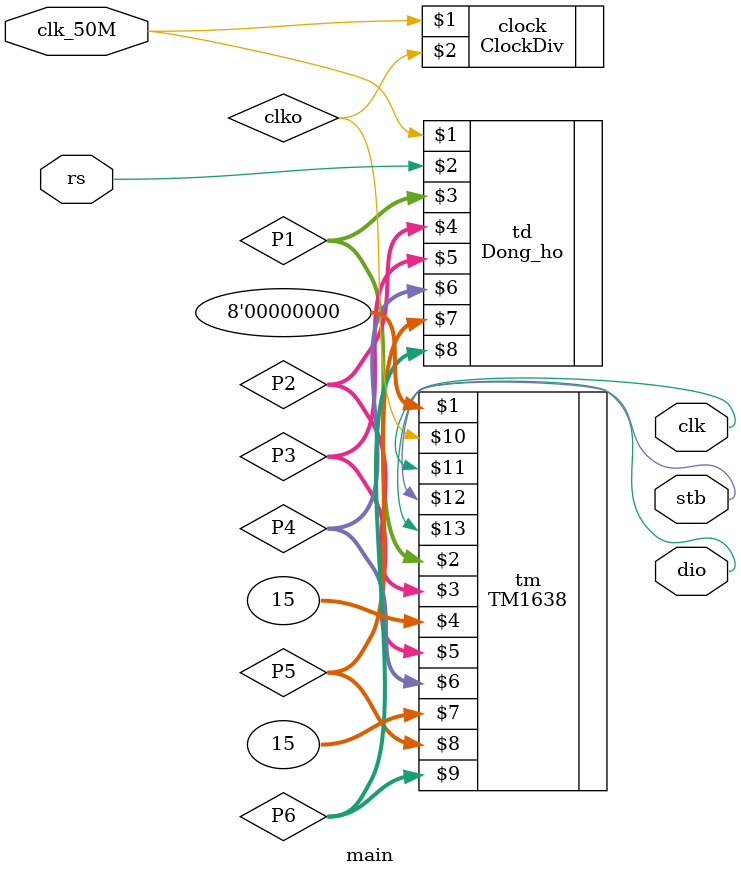
<source format=v>
`timescale 1ns / 1ps
module main(
 input clk_50M, input rs,
    output wire clk,
    output wire stb,
    output wire dio
  );
wire clko;
wire [3:0] P1,P2,P3,P4,P5,P6;
ClockDiv clock (clk_50M, clko);
Dong_ho td(clk_50M,rs,P1,P2,P3,P4,P5,P6);
TM1638 tm (8'b00000000,P1,P2,15,P3,P4,15,P5,P6,clko,clk,stb,dio);	
endmodule


</source>
